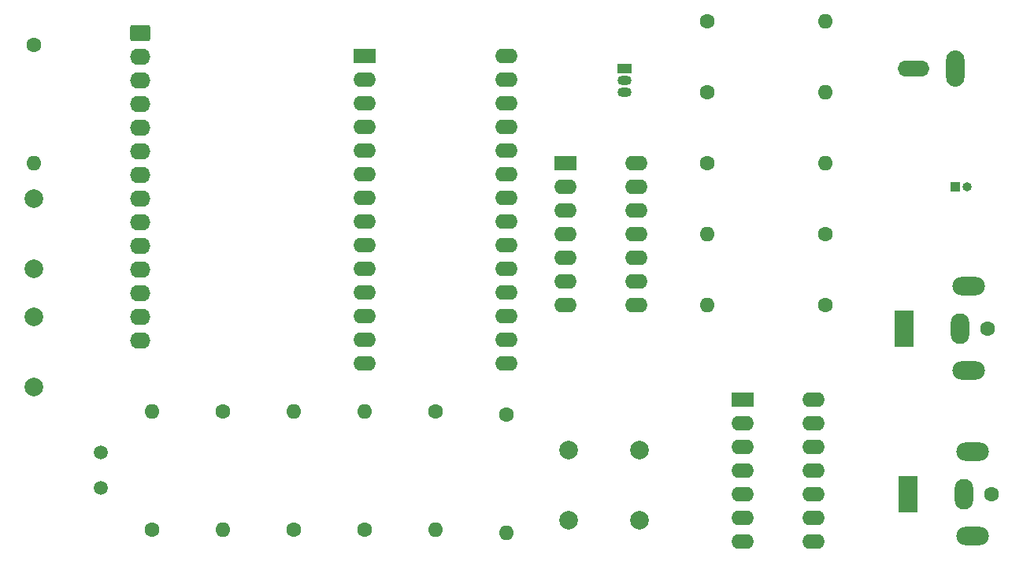
<source format=gbr>
%TF.GenerationSoftware,KiCad,Pcbnew,(6.0.9-0)*%
%TF.CreationDate,2023-01-07T16:42:32-08:00*%
%TF.ProjectId,Pong,506f6e67-2e6b-4696-9361-645f70636258,rev?*%
%TF.SameCoordinates,Original*%
%TF.FileFunction,Soldermask,Top*%
%TF.FilePolarity,Negative*%
%FSLAX46Y46*%
G04 Gerber Fmt 4.6, Leading zero omitted, Abs format (unit mm)*
G04 Created by KiCad (PCBNEW (6.0.9-0)) date 2023-01-07 16:42:32*
%MOMM*%
%LPD*%
G01*
G04 APERTURE LIST*
G04 Aperture macros list*
%AMRoundRect*
0 Rectangle with rounded corners*
0 $1 Rounding radius*
0 $2 $3 $4 $5 $6 $7 $8 $9 X,Y pos of 4 corners*
0 Add a 4 corners polygon primitive as box body*
4,1,4,$2,$3,$4,$5,$6,$7,$8,$9,$2,$3,0*
0 Add four circle primitives for the rounded corners*
1,1,$1+$1,$2,$3*
1,1,$1+$1,$4,$5*
1,1,$1+$1,$6,$7*
1,1,$1+$1,$8,$9*
0 Add four rect primitives between the rounded corners*
20,1,$1+$1,$2,$3,$4,$5,0*
20,1,$1+$1,$4,$5,$6,$7,0*
20,1,$1+$1,$6,$7,$8,$9,0*
20,1,$1+$1,$8,$9,$2,$3,0*%
G04 Aperture macros list end*
%ADD10R,1.000000X1.000000*%
%ADD11O,1.000000X1.000000*%
%ADD12C,2.000000*%
%ADD13C,1.600000*%
%ADD14O,1.600000X1.600000*%
%ADD15C,1.500000*%
%ADD16R,2.400000X1.600000*%
%ADD17O,2.400000X1.600000*%
%ADD18R,2.000000X4.000000*%
%ADD19O,2.000000X3.300000*%
%ADD20O,3.500000X2.000000*%
%ADD21O,1.950000X3.900000*%
%ADD22O,3.400000X1.700000*%
%ADD23R,1.500000X1.050000*%
%ADD24O,1.500000X1.050000*%
%ADD25RoundRect,0.250000X-0.845000X0.620000X-0.845000X-0.620000X0.845000X-0.620000X0.845000X0.620000X0*%
%ADD26O,2.190000X1.740000*%
G04 APERTURE END LIST*
D10*
%TO.C,J5*%
X144780000Y-73660000D03*
D11*
X146050000Y-73660000D03*
%TD*%
D12*
%TO.C,C3*%
X110860000Y-102010000D03*
X110860000Y-109510000D03*
%TD*%
%TO.C,C4*%
X103240000Y-102010000D03*
X103240000Y-109510000D03*
%TD*%
D13*
%TO.C,R7*%
X81280000Y-110490000D03*
D14*
X81280000Y-97790000D03*
%TD*%
D15*
%TO.C,Y1*%
X52910000Y-102240000D03*
X52910000Y-106040000D03*
%TD*%
D13*
%TO.C,R2*%
X58420000Y-110490000D03*
D14*
X58420000Y-97790000D03*
%TD*%
D13*
%TO.C,R4*%
X73660000Y-110490000D03*
D14*
X73660000Y-97790000D03*
%TD*%
D13*
%TO.C,R5*%
X118110000Y-71120000D03*
D14*
X130810000Y-71120000D03*
%TD*%
D13*
%TO.C,R12*%
X45720000Y-58420000D03*
D14*
X45720000Y-71120000D03*
%TD*%
D16*
%TO.C,U1*%
X81275000Y-59675000D03*
D17*
X81275000Y-62215000D03*
X81275000Y-64755000D03*
X81275000Y-67295000D03*
X81275000Y-69835000D03*
X81275000Y-72375000D03*
X81275000Y-74915000D03*
X81275000Y-77455000D03*
X81275000Y-79995000D03*
X81275000Y-82535000D03*
X81275000Y-85075000D03*
X81275000Y-87615000D03*
X81275000Y-90155000D03*
X81275000Y-92695000D03*
X96515000Y-92695000D03*
X96515000Y-90155000D03*
X96515000Y-87615000D03*
X96515000Y-85075000D03*
X96515000Y-82535000D03*
X96515000Y-79995000D03*
X96515000Y-77455000D03*
X96515000Y-74915000D03*
X96515000Y-72375000D03*
X96515000Y-69835000D03*
X96515000Y-67295000D03*
X96515000Y-64755000D03*
X96515000Y-62215000D03*
X96515000Y-59675000D03*
%TD*%
D16*
%TO.C,U2*%
X102880000Y-71115000D03*
D17*
X102880000Y-73655000D03*
X102880000Y-76195000D03*
X102880000Y-78735000D03*
X102880000Y-81275000D03*
X102880000Y-83815000D03*
X102880000Y-86355000D03*
X110500000Y-86355000D03*
X110500000Y-83815000D03*
X110500000Y-81275000D03*
X110500000Y-78735000D03*
X110500000Y-76195000D03*
X110500000Y-73655000D03*
X110500000Y-71115000D03*
%TD*%
D13*
%TO.C,R10*%
X130810000Y-86360000D03*
D14*
X118110000Y-86360000D03*
%TD*%
D13*
%TO.C,R6*%
X118110000Y-55880000D03*
D14*
X130810000Y-55880000D03*
%TD*%
D13*
%TO.C,J4*%
X148280000Y-88900000D03*
D18*
X139280000Y-88900000D03*
D19*
X145280000Y-88900000D03*
D20*
X146280000Y-93400000D03*
X146280000Y-84400000D03*
%TD*%
D16*
%TO.C,U3*%
X121920000Y-96520000D03*
D17*
X121920000Y-99060000D03*
X121920000Y-101600000D03*
X121920000Y-104140000D03*
X121920000Y-106680000D03*
X121920000Y-109220000D03*
X121920000Y-111760000D03*
X129540000Y-111760000D03*
X129540000Y-109220000D03*
X129540000Y-106680000D03*
X129540000Y-104140000D03*
X129540000Y-101600000D03*
X129540000Y-99060000D03*
X129540000Y-96520000D03*
%TD*%
D21*
%TO.C,J3*%
X144780000Y-60960000D03*
D22*
X140280000Y-60960000D03*
%TD*%
D23*
%TO.C,Q1*%
X109220000Y-60960000D03*
D24*
X109220000Y-62230000D03*
X109220000Y-63500000D03*
%TD*%
D25*
%TO.C,J2*%
X57130000Y-57150000D03*
D26*
X57130000Y-59690000D03*
X57130000Y-62230000D03*
X57130000Y-64770000D03*
X57130000Y-67310000D03*
X57130000Y-69850000D03*
X57130000Y-72390000D03*
X57130000Y-74930000D03*
X57130000Y-77470000D03*
X57130000Y-80010000D03*
X57130000Y-82550000D03*
X57130000Y-85090000D03*
X57130000Y-87630000D03*
X57130000Y-90170000D03*
%TD*%
D13*
%TO.C,R11*%
X130810000Y-78740000D03*
D14*
X118110000Y-78740000D03*
%TD*%
D12*
%TO.C,C1*%
X45720000Y-82490000D03*
X45720000Y-74990000D03*
%TD*%
D13*
%TO.C,R1*%
X66040000Y-97790000D03*
D14*
X66040000Y-110490000D03*
%TD*%
D13*
%TO.C,R3*%
X118110000Y-63500000D03*
D14*
X130810000Y-63500000D03*
%TD*%
%TO.C,R8*%
X96520000Y-110840000D03*
D13*
X96520000Y-98140000D03*
%TD*%
%TO.C,J1*%
X148700000Y-106680000D03*
D18*
X139700000Y-106680000D03*
D19*
X145700000Y-106680000D03*
D20*
X146700000Y-111180000D03*
X146700000Y-102180000D03*
%TD*%
D12*
%TO.C,C2*%
X45720000Y-95190000D03*
X45720000Y-87690000D03*
%TD*%
D14*
%TO.C,R9*%
X88900000Y-110490000D03*
D13*
X88900000Y-97790000D03*
%TD*%
M02*

</source>
